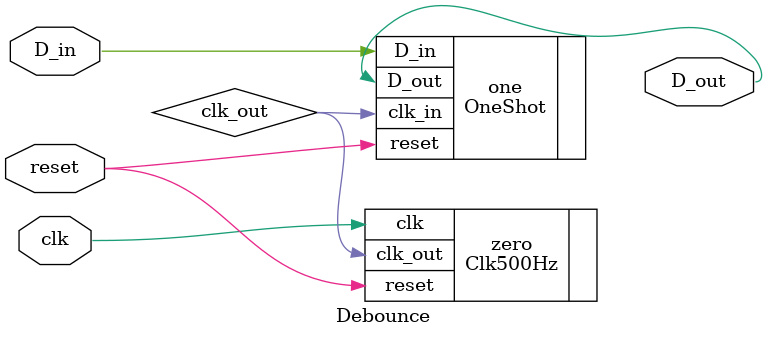
<source format=v>
`timescale 1ns / 1ps


module Debounce(input clk, 
                input reset,
                input D_in,  
                output D_out);
                wire clk_out; 
    
    Clk500Hz zero( .clk(clk),.reset(reset), .clk_out(clk_out));
    OneShot one (.D_in(D_in), .clk_in(clk_out), .reset(reset), .D_out(D_out) );
endmodule

</source>
